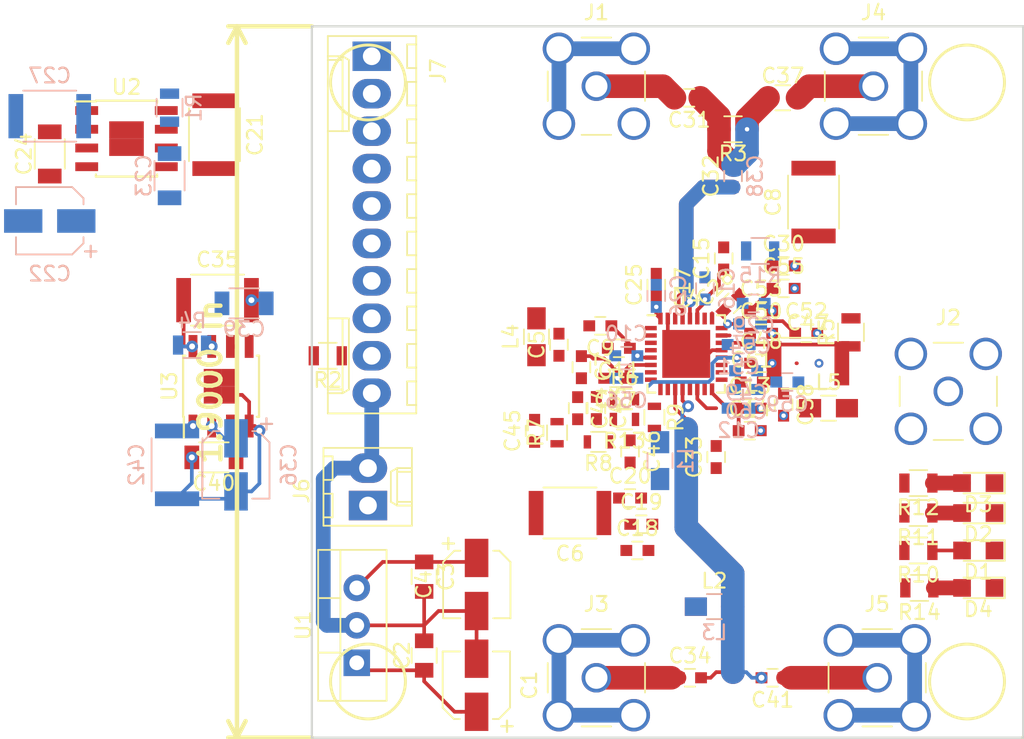
<source format=kicad_pcb>
(kicad_pcb (version 20171130) (host pcbnew 5.0.1-33cea8e~66~ubuntu18.04.1)
  (layers (0 F.Cu signal) (1 In1.Cu signal) (2 In2.Cu signal hide) (31 B.Cu signal) (34 B.Paste user hide) (35 F.Paste user hide) (36 B.SilkS user hide) (37 F.SilkS user hide) (38 B.Mask user hide) (39 F.Mask user hide) (44 Edge.Cuts user))
  (net 0 "")
  (net 1 /VIN)
  (net 2 GND)
  (net 3 /6V)
  (net 4 /3V3)
  (net 5 "Net-(C23-Pad1)")
  (net 6 "Net-(C24-Pad1)")
  (net 7 "Net-(C25-Pad1)")
  (net 8 "Net-(C27-Pad1)")
  (net 9 "Net-(C28-Pad1)")
  (net 10 "Net-(C31-Pad2)")
  (net 11 "Net-(C31-Pad1)")
  (net 12 "Net-(C32-Pad1)")
  (net 13 "Net-(C33-Pad1)")
  (net 14 "Net-(C33-Pad2)")
  (net 15 "Net-(C34-Pad1)")
  (net 16 "Net-(C34-Pad2)")
  (net 17 /5V)
  (net 18 "Net-(C37-Pad1)")
  (net 19 "Net-(C37-Pad2)")
  (net 20 "Net-(C38-Pad1)")
  (net 21 "Net-(C39-Pad1)")
  (net 22 "Net-(C40-Pad1)")
  (net 23 "Net-(C41-Pad2)")
  (net 24 "Net-(C41-Pad1)")
  (net 25 "Net-(C42-Pad1)")
  (net 26 "Net-(C43-Pad2)")
  (net 27 "Net-(C43-Pad1)")
  (net 28 "Net-(C45-Pad1)")
  (net 29 "Net-(C46-Pad1)")
  (net 30 "Net-(C50-Pad1)")
  (net 31 "Net-(C53-Pad1)")
  (net 32 "Net-(D1-Pad2)")
  (net 33 "Net-(D2-Pad2)")
  (net 34 "Net-(D3-Pad2)")
  (net 35 "Net-(D4-Pad2)")
  (net 36 /CE)
  (net 37 /MUX)
  (net 38 /LE)
  (net 39 /DATA)
  (net 40 /CLK)
  (net 41 "Net-(L1-Pad2)")
  (net 42 "Net-(R1-Pad1)")
  (net 43 "Net-(R4-Pad1)")
  (net 44 "Net-(R5-Pad1)")
  (net 45 "Net-(R6-Pad2)")
  (net 46 "Net-(R9-Pad1)")
  (net 47 "Net-(R15-Pad1)")
  (net 48 "Net-(C5-Pad1)")
  (net 49 "Net-(C58-Pad1)")
  (module Capacitors_SMD:CP_Elec_4x4.5 (layer F.Cu) (at 94.996 123.444 90)
    (fp_text reference C1 (at 0 3.58 270) (layer F.SilkS))
    (fp_text value 47u)
    (fp_text user + (at -2.78 1.99 270) (layer F.SilkS))
    (pad 1 smd rect (at -1.8 0 270) (size 2.6 1.6) (layers F.Cu F.Paste F.Mask) (net 1 /VIN))
    (pad 2 smd rect (at 1.8 0 270) (size 2.6 1.6) (layers F.Cu F.Paste F.Mask) (net 2 GND))
  )
  (module Capacitors_SMD:C_0805 (layer F.Cu) (at 91.44 121.428 90)
    (fp_text reference C2 (at 0 -1.5 90) (layer F.SilkS))
    (fp_text value 10n)
    (pad 2 smd rect (at 1 0 90) (size 1 1.25) (layers F.Cu F.Paste F.Mask) (net 2 GND))
    (pad 1 smd rect (at -1 0 90) (size 1 1.25) (layers F.Cu F.Paste F.Mask) (net 1 /VIN))
  )
  (module Capacitors_SMD:C_0805 (layer F.Cu) (at 91.44 116.078 270)
    (fp_text reference C3 (at 0 -1.5 270) (layer F.SilkS))
    (fp_text value 10n)
    (pad 1 smd rect (at -1 0 270) (size 1 1.25) (layers F.Cu F.Paste F.Mask) (net 3 /6V))
    (pad 2 smd rect (at 1 0 270) (size 1 1.25) (layers F.Cu F.Paste F.Mask) (net 2 GND))
  )
  (module Capacitors_SMD:CP_Elec_4x4.5 (layer F.Cu) (at 94.996 116.608 270)
    (fp_text reference C4 (at 0 3.58 90) (layer F.SilkS))
    (fp_text value 47u)
    (fp_text user + (at -2.78 1.99 90) (layer F.SilkS))
    (pad 2 smd rect (at 1.8 0 90) (size 2.6 1.6) (layers F.Cu F.Paste F.Mask) (net 2 GND))
    (pad 1 smd rect (at -1.8 0 90) (size 2.6 1.6) (layers F.Cu F.Paste F.Mask) (net 3 /6V))
  )
  (module Capacitors_SMD:C_1812 (layer F.Cu) (at 101.332 111.76 180)
    (fp_text reference C6 (at 0 -2.75 180) (layer F.SilkS))
    (fp_text value 4.7u)
    (pad 2 smd rect (at 2.3 0 180) (size 1 3) (layers F.Cu F.Paste F.Mask) (net 2 GND))
    (pad 1 smd rect (at -2.3 0 180) (size 1 3) (layers F.Cu F.Paste F.Mask) (net 4 /3V3))
  )
  (module Capacitors_SMD:C_1812 (layer F.Cu) (at 117.856 90.664 90)
    (fp_text reference C8 (at 0 -2.75 90) (layer F.SilkS))
    (fp_text value 4.7u)
    (pad 2 smd rect (at 2.3 0 90) (size 1 3) (layers F.Cu F.Paste F.Mask) (net 2 GND))
    (pad 1 smd rect (at -2.3 0 90) (size 1 3) (layers F.Cu F.Paste F.Mask) (net 4 /3V3))
  )
  (module Capacitors_SMD:C_1812 (layer F.Cu) (at 77.216 86.092 270)
    (fp_text reference C21 (at 0 -2.75 270) (layer F.SilkS))
    (fp_text value 10u)
    (pad 2 smd rect (at 2.3 0 270) (size 1 3) (layers F.Cu F.Paste F.Mask) (net 2 GND))
    (pad 1 smd rect (at -2.3 0 270) (size 1 3) (layers F.Cu F.Paste F.Mask) (net 3 /6V))
  )
  (module Capacitors_SMD:C_1206 (layer B.Cu) (at 74.168 88.876 270)
    (fp_text reference C23 (at 0 1.75 270) (layer B.SilkS) (effects (justify mirror)))
    (fp_text value 1u)
    (pad 2 smd rect (at 1.5 0 270) (size 1 1.6) (layers B.Cu B.Paste B.Mask) (net 2 GND))
    (pad 1 smd rect (at -1.5 0 270) (size 1 1.6) (layers B.Cu B.Paste B.Mask) (net 5 "Net-(C23-Pad1)"))
  )
  (module Capacitors_SMD:C_1206 (layer F.Cu) (at 66.04 87.4 90)
    (fp_text reference C24 (at 0 -1.75 90) (layer F.SilkS))
    (fp_text value 1u)
    (pad 1 smd rect (at -1.5 0 90) (size 1 1.6) (layers F.Cu F.Paste F.Mask) (net 6 "Net-(C24-Pad1)"))
    (pad 2 smd rect (at 1.5 0 90) (size 1 1.6) (layers F.Cu F.Paste F.Mask) (net 2 GND))
  )
  (module Capacitors_SMD:C_1812 (layer B.Cu) (at 66.04 84.836 180)
    (fp_text reference C27 (at 0 2.75 180) (layer B.SilkS) (effects (justify mirror)))
    (fp_text value 10u)
    (pad 2 smd rect (at 2.3 0 180) (size 1 3) (layers B.Cu B.Paste B.Mask) (net 2 GND))
    (pad 1 smd rect (at -2.3 0 180) (size 1 3) (layers B.Cu B.Paste B.Mask) (net 8 "Net-(C27-Pad1)"))
  )
  (module Capacitors_SMD:C_1812 (layer F.Cu) (at 77.422382 97.316856)
    (fp_text reference C35 (at 0 -2.75) (layer F.SilkS))
    (fp_text value 10u)
    (pad 2 smd rect (at 2.3 0) (size 1 3) (layers F.Cu F.Paste F.Mask) (net 2 GND))
    (pad 1 smd rect (at -2.3 0) (size 1 3) (layers F.Cu F.Paste F.Mask) (net 3 /6V))
  )
  (module Capacitors_SMD:CP_Elec_4x4.5 (layer B.Cu) (at 78.678382 108.492856 270)
    (fp_text reference C36 (at 0 -3.58 90) (layer B.SilkS) (effects (justify mirror)))
    (fp_text value 47u)
    (fp_text user + (at -2.78 -1.99 90) (layer B.SilkS) (effects (justify mirror)))
    (pad 2 smd rect (at 1.8 0 90) (size 2.6 1.6) (layers B.Cu B.Paste B.Mask) (net 2 GND))
    (pad 1 smd rect (at -1.8 0 90) (size 2.6 1.6) (layers B.Cu B.Paste B.Mask) (net 17 /5V))
  )
  (module Capacitors_SMD:C_0805 (layer F.Cu) (at 115.77114 83.59149)
    (fp_text reference C37 (at 0 -1.5) (layer F.SilkS))
    (fp_text value 1n)
    (pad 1 smd rect (at -1 0) (size 1 1.25) (layers F.Cu F.Paste F.Mask) (net 18 "Net-(C37-Pad1)"))
    (pad 2 smd rect (at 1 0) (size 1 1.25) (layers F.Cu F.Paste F.Mask) (net 19 "Net-(C37-Pad2)"))
  )
  (module Capacitors_SMD:C_1206 (layer B.Cu) (at 79.224 97.536)
    (fp_text reference C39 (at 0 1.75) (layer B.SilkS) (effects (justify mirror)))
    (fp_text value 1u)
    (pad 2 smd rect (at 1.5 0) (size 1 1.6) (layers B.Cu B.Paste B.Mask) (net 2 GND))
    (pad 1 smd rect (at -1.5 0) (size 1 1.6) (layers B.Cu B.Paste B.Mask) (net 21 "Net-(C39-Pad1)"))
  )
  (module Capacitors_SMD:C_1206 (layer F.Cu) (at 77.178382 107.984856 180)
    (fp_text reference C40 (at 0 -1.75 180) (layer F.SilkS))
    (fp_text value 1u)
    (pad 2 smd rect (at 1.5 0 180) (size 1 1.6) (layers F.Cu F.Paste F.Mask) (net 2 GND))
    (pad 1 smd rect (at -1.5 0 180) (size 1 1.6) (layers F.Cu F.Paste F.Mask) (net 22 "Net-(C40-Pad1)"))
  )
  (module Capacitors_SMD:C_1812 (layer B.Cu) (at 74.676 108.492856 270)
    (fp_text reference C42 (at 0 2.75 270) (layer B.SilkS) (effects (justify mirror)))
    (fp_text value 10u)
    (pad 1 smd rect (at -2.3 0 270) (size 1 3) (layers B.Cu B.Paste B.Mask) (net 25 "Net-(C42-Pad1)"))
    (pad 2 smd rect (at 2.3 0 270) (size 1 3) (layers B.Cu B.Paste B.Mask) (net 2 GND))
  )
  (module LEDs:LED_0805 (layer F.Cu) (at 129.032 111.76 180)
    (fp_text reference D2 (at 0 -1.45 180) (layer F.SilkS))
    (fp_text value LED)
    (pad 2 smd rect (at 1.1 0) (size 1.2 1.2) (layers F.Cu F.Paste F.Mask) (net 33 "Net-(D2-Pad2)"))
    (pad 1 smd rect (at -1.1 0) (size 1.2 1.2) (layers F.Cu F.Paste F.Mask) (net 2 GND))
  )
  (module LEDs:LED_0805 (layer F.Cu) (at 129.032 109.728 180)
    (fp_text reference D3 (at 0 -1.45 180) (layer F.SilkS))
    (fp_text value LED)
    (pad 1 smd rect (at -1.1 0) (size 1.2 1.2) (layers F.Cu F.Paste F.Mask) (net 2 GND))
    (pad 2 smd rect (at 1.1 0) (size 1.2 1.2) (layers F.Cu F.Paste F.Mask) (net 34 "Net-(D3-Pad2)"))
  )
  (module LEDs:LED_0805 (layer F.Cu) (at 129.032 116.84 180)
    (fp_text reference D4 (at 0 -1.45 180) (layer F.SilkS))
    (fp_text value LED)
    (pad 1 smd rect (at -1.1 0) (size 1.2 1.2) (layers F.Cu F.Paste F.Mask) (net 2 GND))
    (pad 2 smd rect (at 1.1 0) (size 1.2 1.2) (layers F.Cu F.Paste F.Mask) (net 35 "Net-(D4-Pad2)"))
  )
  (module Connect:SMA_THT_Jack_Straight (layer F.Cu) (at 103.124 82.804)
    (fp_text reference J1 (at 0 -5) (layer F.SilkS))
    (fp_text value REF_IN_A)
    (pad 1 thru_hole circle (at 0 0) (size 2 2) (drill 1.5) (layers *.Cu *.Mask) (net 10 "Net-(C31-Pad2)"))
    (pad 2 thru_hole circle (at 2.54 2.54) (size 2.2 2.2) (drill 1.7) (layers *.Cu *.Mask) (net 2 GND))
    (pad 2 thru_hole circle (at 2.54 -2.54) (size 2.2 2.2) (drill 1.7) (layers *.Cu *.Mask) (net 2 GND))
    (pad 2 thru_hole circle (at -2.54 -2.54) (size 2.2 2.2) (drill 1.7) (layers *.Cu *.Mask) (net 2 GND))
    (pad 2 thru_hole circle (at -2.54 2.54) (size 2.2 2.2) (drill 1.7) (layers *.Cu *.Mask) (net 2 GND))
  )
  (module Connect:SMA_THT_Jack_Straight (layer F.Cu) (at 127 103.505)
    (fp_text reference J2 (at 0 -5) (layer F.SilkS))
    (fp_text value RF_B)
    (pad 1 thru_hole circle (at 0 0) (size 2 2) (drill 1.5) (layers *.Cu *.Mask) (net 13 "Net-(C33-Pad1)"))
    (pad 2 thru_hole circle (at 2.54 2.54) (size 2.2 2.2) (drill 1.7) (layers *.Cu *.Mask) (net 2 GND))
    (pad 2 thru_hole circle (at 2.54 -2.54) (size 2.2 2.2) (drill 1.7) (layers *.Cu *.Mask) (net 2 GND))
    (pad 2 thru_hole circle (at -2.54 -2.54) (size 2.2 2.2) (drill 1.7) (layers *.Cu *.Mask) (net 2 GND))
    (pad 2 thru_hole circle (at -2.54 2.54) (size 2.2 2.2) (drill 1.7) (layers *.Cu *.Mask) (net 2 GND))
  )
  (module Connect:SMA_THT_Jack_Straight (layer F.Cu) (at 103.124 122.936)
    (fp_text reference J3 (at 0 -5) (layer F.SilkS))
    (fp_text value RF_A_P)
    (pad 1 thru_hole circle (at 0 0) (size 2 2) (drill 1.5) (layers *.Cu *.Mask) (net 15 "Net-(C34-Pad1)"))
    (pad 2 thru_hole circle (at 2.54 2.54) (size 2.2 2.2) (drill 1.7) (layers *.Cu *.Mask) (net 2 GND))
    (pad 2 thru_hole circle (at 2.54 -2.54) (size 2.2 2.2) (drill 1.7) (layers *.Cu *.Mask) (net 2 GND))
    (pad 2 thru_hole circle (at -2.54 -2.54) (size 2.2 2.2) (drill 1.7) (layers *.Cu *.Mask) (net 2 GND))
    (pad 2 thru_hole circle (at -2.54 2.54) (size 2.2 2.2) (drill 1.7) (layers *.Cu *.Mask) (net 2 GND))
  )
  (module Connect:SMA_THT_Jack_Straight (layer F.Cu) (at 121.92 82.804)
    (fp_text reference J4 (at 0 -5) (layer F.SilkS))
    (fp_text value REF_IN_B)
    (pad 2 thru_hole circle (at -2.54 2.54) (size 2.2 2.2) (drill 1.7) (layers *.Cu *.Mask) (net 2 GND))
    (pad 2 thru_hole circle (at -2.54 -2.54) (size 2.2 2.2) (drill 1.7) (layers *.Cu *.Mask) (net 2 GND))
    (pad 2 thru_hole circle (at 2.54 -2.54) (size 2.2 2.2) (drill 1.7) (layers *.Cu *.Mask) (net 2 GND))
    (pad 2 thru_hole circle (at 2.54 2.54) (size 2.2 2.2) (drill 1.7) (layers *.Cu *.Mask) (net 2 GND))
    (pad 1 thru_hole circle (at 0 0) (size 2 2) (drill 1.5) (layers *.Cu *.Mask) (net 19 "Net-(C37-Pad2)"))
  )
  (module Connect:SMA_THT_Jack_Straight (layer F.Cu) (at 122.174 122.936)
    (fp_text reference J5 (at 0 -5) (layer F.SilkS))
    (fp_text value RF_A_N)
    (pad 2 thru_hole circle (at -2.54 2.54) (size 2.2 2.2) (drill 1.7) (layers *.Cu *.Mask) (net 2 GND))
    (pad 2 thru_hole circle (at -2.54 -2.54) (size 2.2 2.2) (drill 1.7) (layers *.Cu *.Mask) (net 2 GND))
    (pad 2 thru_hole circle (at 2.54 -2.54) (size 2.2 2.2) (drill 1.7) (layers *.Cu *.Mask) (net 2 GND))
    (pad 2 thru_hole circle (at 2.54 2.54) (size 2.2 2.2) (drill 1.7) (layers *.Cu *.Mask) (net 2 GND))
    (pad 1 thru_hole circle (at 0 0) (size 2 2) (drill 1.5) (layers *.Cu *.Mask) (net 24 "Net-(C41-Pad1)"))
  )
  (module Connectors_Molex:Molex_KK-6410-02_02x2.54mm_Straight (layer F.Cu) (at 87.63 111.252 90)
    (fp_text reference J6 (at 1 -4.5 90) (layer F.SilkS))
    (fp_text value Conn_01x02_Male)
    (pad 2 thru_hole oval (at 2.54 0 90) (size 2 2.6) (drill 1.2) (layers *.Cu *.Mask) (net 2 GND))
    (pad 1 thru_hole rect (at 0 0 90) (size 2 2.6) (drill 1.2) (layers *.Cu *.Mask) (net 1 /VIN))
  )
  (module Connectors_Molex:Molex_KK-6410-10_10x2.54mm_Straight (layer F.Cu) (at 87.884 80.772 270)
    (fp_text reference J7 (at 1 -4.5 270) (layer F.SilkS))
    (fp_text value Conn_01x10_Male)
    (pad 10 thru_hole oval (at 22.86 0 270) (size 2 2.6) (drill 1.2) (layers *.Cu *.Mask) (net 2 GND))
    (pad 9 thru_hole oval (at 20.32 0 270) (size 2 2.6) (drill 1.2) (layers *.Cu *.Mask) (net 36 /CE))
    (pad 8 thru_hole oval (at 17.78 0 270) (size 2 2.6) (drill 1.2) (layers *.Cu *.Mask) (net 37 /MUX))
    (pad 7 thru_hole oval (at 15.24 0 270) (size 2 2.6) (drill 1.2) (layers *.Cu *.Mask) (net 38 /LE))
    (pad 6 thru_hole oval (at 12.7 0 270) (size 2 2.6) (drill 1.2) (layers *.Cu *.Mask) (net 39 /DATA))
    (pad 5 thru_hole oval (at 10.16 0 270) (size 2 2.6) (drill 1.2) (layers *.Cu *.Mask) (net 40 /CLK))
    (pad 4 thru_hole oval (at 7.62 0 270) (size 2 2.6) (drill 1.2) (layers *.Cu *.Mask) (net 4 /3V3))
    (pad 3 thru_hole oval (at 5.08 0 270) (size 2 2.6) (drill 1.2) (layers *.Cu *.Mask) (net 17 /5V))
    (pad 2 thru_hole oval (at 2.54 0 270) (size 2 2.6) (drill 1.2) (layers *.Cu *.Mask) (net 3 /6V))
    (pad 1 thru_hole rect (at 0 0 270) (size 2 2.6) (drill 1.2) (layers *.Cu *.Mask) (net 1 /VIN))
  )
  (module Capacitors_SMD:C_0805_HandSoldering (layer B.Cu) (at 107.442 108.204 90)
    (fp_text reference L1 (at 0 1.75 90) (layer B.SilkS) (effects (justify mirror)))
    (fp_text value L)
    (pad 2 smd rect (at 1.25 0 90) (size 1.5 1.25) (layers B.Cu B.Paste B.Mask) (net 41 "Net-(L1-Pad2)"))
    (pad 1 smd rect (at -1.25 0 90) (size 1.5 1.25) (layers B.Cu B.Paste B.Mask) (net 4 /3V3))
  )
  (module Capacitors_SMD:C_0805_HandSoldering (layer F.Cu) (at 111.125 118.11)
    (fp_text reference L2 (at 0 -1.75) (layer F.SilkS))
    (fp_text value 7.4n)
    (pad 1 smd rect (at -1.25 0) (size 1.5 1.25) (layers F.Cu F.Paste F.Mask) (net 4 /3V3))
    (pad 2 smd rect (at 1.25 0) (size 1.5 1.25) (layers F.Cu F.Paste F.Mask) (net 16 "Net-(C34-Pad2)"))
  )
  (module Capacitors_SMD:C_0805_HandSoldering (layer B.Cu) (at 111.125 118.11)
    (fp_text reference L3 (at 0 1.75) (layer B.SilkS) (effects (justify mirror)))
    (fp_text value 7.4n)
    (pad 2 smd rect (at 1.25 0) (size 1.5 1.25) (layers B.Cu B.Paste B.Mask) (net 23 "Net-(C41-Pad2)"))
    (pad 1 smd rect (at -1.25 0) (size 1.5 1.25) (layers B.Cu B.Paste B.Mask) (net 4 /3V3))
  )
  (module Resistors_SMD:R_0805 (layer B.Cu) (at 74.168 84.262 90)
    (fp_text reference R1 (at 0 1.65 90) (layer B.SilkS) (effects (justify mirror)))
    (fp_text value R)
    (pad 1 smd rect (at -0.95 0 90) (size 0.7 1.3) (layers B.Cu B.Paste B.Mask) (net 42 "Net-(R1-Pad1)"))
    (pad 2 smd rect (at 0.95 0 90) (size 0.7 1.3) (layers B.Cu B.Paste B.Mask) (net 3 /6V))
  )
  (module Resistors_SMD:R_0805 (layer F.Cu) (at 84.902 101.092 180)
    (fp_text reference R2 (at 0 -1.65 180) (layer F.SilkS))
    (fp_text value 4k7)
    (pad 2 smd rect (at 0.95 0 180) (size 0.7 1.3) (layers F.Cu F.Paste F.Mask) (net 4 /3V3))
    (pad 1 smd rect (at -0.95 0 180) (size 0.7 1.3) (layers F.Cu F.Paste F.Mask) (net 36 /CE))
  )
  (module Resistors_SMD:R_0805 (layer F.Cu) (at 112.395 85.725 180)
    (fp_text reference R3 (at 0 -1.65 180) (layer F.SilkS))
    (fp_text value 100)
    (pad 2 smd rect (at 0.95 0 180) (size 0.7 1.3) (layers F.Cu F.Paste F.Mask) (net 11 "Net-(C31-Pad1)"))
    (pad 1 smd rect (at -0.95 0 180) (size 0.7 1.3) (layers F.Cu F.Paste F.Mask) (net 18 "Net-(C37-Pad1)"))
  )
  (module Resistors_SMD:R_0805 (layer B.Cu) (at 75.696382 100.364856 180)
    (fp_text reference R4 (at 0 1.65 180) (layer B.SilkS) (effects (justify mirror)))
    (fp_text value R)
    (pad 1 smd rect (at -0.95 0 180) (size 0.7 1.3) (layers B.Cu B.Paste B.Mask) (net 43 "Net-(R4-Pad1)"))
    (pad 2 smd rect (at 0.95 0 180) (size 0.7 1.3) (layers B.Cu B.Paste B.Mask) (net 3 /6V))
  )
  (module Resistors_SMD:R_0805 (layer F.Cu) (at 120.396 99.502 90)
    (fp_text reference R5 (at 0 -1.65 90) (layer F.SilkS))
    (fp_text value 4k7)
    (pad 1 smd rect (at -0.95 0 90) (size 0.7 1.3) (layers F.Cu F.Paste F.Mask) (net 44 "Net-(R5-Pad1)"))
    (pad 2 smd rect (at 0.95 0 90) (size 0.7 1.3) (layers F.Cu F.Paste F.Mask) (net 2 GND))
  )
  (module Resistors_SMD:R_0805 (layer F.Cu) (at 124.968 114.3 180)
    (fp_text reference R10 (at 0 -1.65 180) (layer F.SilkS))
    (fp_text value 820)
    (pad 2 smd rect (at 0.95 0 180) (size 0.7 1.3) (layers F.Cu F.Paste F.Mask) (net 3 /6V))
    (pad 1 smd rect (at -0.95 0 180) (size 0.7 1.3) (layers F.Cu F.Paste F.Mask) (net 32 "Net-(D1-Pad2)"))
  )
  (module Resistors_SMD:R_0805 (layer F.Cu) (at 124.968 111.76 180)
    (fp_text reference R11 (at 0 -1.65 180) (layer F.SilkS))
    (fp_text value 680)
    (pad 1 smd rect (at -0.95 0 180) (size 0.7 1.3) (layers F.Cu F.Paste F.Mask) (net 33 "Net-(D2-Pad2)"))
    (pad 2 smd rect (at 0.95 0 180) (size 0.7 1.3) (layers F.Cu F.Paste F.Mask) (net 17 /5V))
  )
  (module Resistors_SMD:R_0805 (layer F.Cu) (at 124.968 109.728 180)
    (fp_text reference R12 (at 0 -1.65 180) (layer F.SilkS))
    (fp_text value 270)
    (pad 2 smd rect (at 0.95 0 180) (size 0.7 1.3) (layers F.Cu F.Paste F.Mask) (net 4 /3V3))
    (pad 1 smd rect (at -0.95 0 180) (size 0.7 1.3) (layers F.Cu F.Paste F.Mask) (net 34 "Net-(D3-Pad2)"))
  )
  (module Resistors_SMD:R_0805 (layer F.Cu) (at 125.034 116.84 180)
    (fp_text reference R14 (at 0 -1.65 180) (layer F.SilkS))
    (fp_text value 270)
    (pad 1 smd rect (at -0.95 0 180) (size 0.7 1.3) (layers F.Cu F.Paste F.Mask) (net 35 "Net-(D4-Pad2)"))
    (pad 2 smd rect (at 0.95 0 180) (size 0.7 1.3) (layers F.Cu F.Paste F.Mask) (net 37 /MUX))
  )
  (module TO_SOT_Packages_THT:TO-220-3_Vertical (layer F.Cu) (at 86.868 121.92 90)
    (fp_text reference U1 (at 2.54 -3.62 90) (layer F.SilkS))
    (fp_text value L7806)
    (pad 3 thru_hole oval (at 5.08 0 90) (size 1.8 1.8) (drill 1) (layers *.Cu *.Mask) (net 3 /6V))
    (pad 2 thru_hole oval (at 2.54 0 90) (size 1.8 1.8) (drill 1) (layers *.Cu *.Mask) (net 2 GND))
    (pad 1 thru_hole rect (at 0 0 90) (size 1.8 1.8) (drill 1) (layers *.Cu *.Mask) (net 1 /VIN))
  )
  (module Housings_SOIC:SOIC-8-1EP_3.9x4.9mm_Pitch1.27mm (layer F.Cu) (at 71.247 86.36)
    (fp_text reference U2 (at 0 -3.5) (layer F.SilkS))
    (fp_text value ADM7150)
    (pad 9 smd rect (at -0.5875 -0.5875) (size 1.175 1.175) (layers F.Cu F.Paste F.Mask) (net 2 GND))
    (pad 9 smd rect (at -0.5875 0.5875) (size 1.175 1.175) (layers F.Cu F.Paste F.Mask) (net 2 GND))
    (pad 9 smd rect (at 0.5875 -0.5875) (size 1.175 1.175) (layers F.Cu F.Paste F.Mask) (net 2 GND))
    (pad 9 smd rect (at 0.5875 0.5875) (size 1.175 1.175) (layers F.Cu F.Paste F.Mask) (net 2 GND))
    (pad 8 smd rect (at 2.7 -1.905) (size 1.55 0.6) (layers F.Cu F.Paste F.Mask) (net 3 /6V))
    (pad 7 smd rect (at 2.7 -0.635) (size 1.55 0.6) (layers F.Cu F.Paste F.Mask) (net 42 "Net-(R1-Pad1)"))
    (pad 6 smd rect (at 2.7 0.635) (size 1.55 0.6) (layers F.Cu F.Paste F.Mask) (net 5 "Net-(C23-Pad1)"))
    (pad 5 smd rect (at 2.7 1.905) (size 1.55 0.6) (layers F.Cu F.Paste F.Mask) (net 5 "Net-(C23-Pad1)"))
    (pad 4 smd rect (at -2.7 1.905) (size 1.55 0.6) (layers F.Cu F.Paste F.Mask) (net 2 GND))
    (pad 3 smd rect (at -2.7 0.635) (size 1.55 0.6) (layers F.Cu F.Paste F.Mask) (net 6 "Net-(C24-Pad1)"))
    (pad 2 smd rect (at -2.7 -0.635) (size 1.55 0.6) (layers F.Cu F.Paste F.Mask) (net 4 /3V3))
    (pad 1 smd rect (at -2.7 -1.905) (size 1.55 0.6) (layers F.Cu F.Paste F.Mask) (net 8 "Net-(C27-Pad1)"))
  )
  (module Housings_SOIC:SOIC-8-1EP_3.9x4.9mm_Pitch1.27mm (layer F.Cu) (at 77.662382 103.158856 90)
    (fp_text reference U3 (at 0 -3.5 90) (layer F.SilkS))
    (fp_text value ADM7150)
    (pad 1 smd rect (at -2.7 -1.905 90) (size 1.55 0.6) (layers F.Cu F.Paste F.Mask) (net 25 "Net-(C42-Pad1)"))
    (pad 2 smd rect (at -2.7 -0.635 90) (size 1.55 0.6) (layers F.Cu F.Paste F.Mask) (net 17 /5V))
    (pad 3 smd rect (at -2.7 0.635 90) (size 1.55 0.6) (layers F.Cu F.Paste F.Mask) (net 22 "Net-(C40-Pad1)"))
    (pad 4 smd rect (at -2.7 1.905 90) (size 1.55 0.6) (layers F.Cu F.Paste F.Mask) (net 2 GND))
    (pad 5 smd rect (at 2.7 1.905 90) (size 1.55 0.6) (layers F.Cu F.Paste F.Mask) (net 21 "Net-(C39-Pad1)"))
    (pad 6 smd rect (at 2.7 0.635 90) (size 1.55 0.6) (layers F.Cu F.Paste F.Mask) (net 21 "Net-(C39-Pad1)"))
    (pad 7 smd rect (at 2.7 -0.635 90) (size 1.55 0.6) (layers F.Cu F.Paste F.Mask) (net 43 "Net-(R4-Pad1)"))
    (pad 8 smd rect (at 2.7 -1.905 90) (size 1.55 0.6) (layers F.Cu F.Paste F.Mask) (net 3 /6V))
    (pad 9 smd rect (at 0.5875 0.5875 90) (size 1.175 1.175) (layers F.Cu F.Paste F.Mask) (net 2 GND))
    (pad 9 smd rect (at 0.5875 -0.5875 90) (size 1.175 1.175) (layers F.Cu F.Paste F.Mask) (net 2 GND))
    (pad 9 smd rect (at -0.5875 0.5875 90) (size 1.175 1.175) (layers F.Cu F.Paste F.Mask) (net 2 GND))
    (pad 9 smd rect (at -0.5875 -0.5875 90) (size 1.175 1.175) (layers F.Cu F.Paste F.Mask) (net 2 GND))
  )
  (module Package_CSP:LFCSP-32-1EP_5x5mm_P0.5mm_EP3.25x3.25mm (layer F.Cu) (at 109.22 100.965)
    (fp_text reference U4 (at 0 -3.75) (layer F.SilkS))
    (fp_text value ADF5355)
    (pad 1 smd rect (at -2.4 -1.75) (size 0.8 0.3) (layers F.Cu F.Paste F.Mask) (net 40 /CLK))
    (pad 2 smd rect (at -2.4 -1.25) (size 0.8 0.3) (layers F.Cu F.Paste F.Mask) (net 39 /DATA))
    (pad 3 smd rect (at -2.4 -0.75) (size 0.8 0.3) (layers F.Cu F.Paste F.Mask) (net 38 /LE))
    (pad 4 smd rect (at -2.4 -0.25) (size 0.8 0.3) (layers F.Cu F.Paste F.Mask) (net 36 /CE))
    (pad 5 smd rect (at -2.4 0.25) (size 0.8 0.3) (layers F.Cu F.Paste F.Mask) (net 4 /3V3))
    (pad 6 smd rect (at -2.4 0.75) (size 0.8 0.3) (layers F.Cu F.Paste F.Mask) (net 48 "Net-(C5-Pad1)"))
    (pad 7 smd rect (at -2.4 1.25) (size 0.8 0.3) (layers F.Cu F.Paste F.Mask) (net 45 "Net-(R6-Pad2)"))
    (pad 8 smd rect (at -2.4 1.75) (size 0.8 0.3) (layers F.Cu F.Paste F.Mask) (net 2 GND))
    (pad 9 smd rect (at -1.75 2.4 90) (size 0.8 0.3) (layers F.Cu F.Paste F.Mask) (net 2 GND))
    (pad 10 smd rect (at -1.25 2.4 90) (size 0.8 0.3) (layers F.Cu F.Paste F.Mask) (net 41 "Net-(L1-Pad2)"))
    (pad 11 smd rect (at -0.75 2.4 90) (size 0.8 0.3) (layers F.Cu F.Paste F.Mask) (net 16 "Net-(C34-Pad2)"))
    (pad 12 smd rect (at -0.25 2.4 90) (size 0.8 0.3) (layers F.Cu F.Paste F.Mask) (net 23 "Net-(C41-Pad2)"))
    (pad 13 smd rect (at 0.25 2.4 90) (size 0.8 0.3) (layers F.Cu F.Paste F.Mask) (net 2 GND))
    (pad 14 smd rect (at 0.75 2.4 90) (size 0.8 0.3) (layers F.Cu F.Paste F.Mask) (net 14 "Net-(C33-Pad2)"))
    (pad 15 smd rect (at 1.25 2.4 90) (size 0.8 0.3) (layers F.Cu F.Paste F.Mask) (net 2 GND))
    (pad 16 smd rect (at 1.75 2.4 90) (size 0.8 0.3) (layers F.Cu F.Paste F.Mask) (net 4 /3V3))
    (pad 17 smd rect (at 2.4 1.75) (size 0.8 0.3) (layers F.Cu F.Paste F.Mask) (net 49 "Net-(C58-Pad1)"))
    (pad 18 smd rect (at 2.4 1.25) (size 0.8 0.3) (layers F.Cu F.Paste F.Mask) (net 2 GND))
    (pad 19 smd rect (at 2.4 0.75) (size 0.8 0.3) (layers F.Cu F.Paste F.Mask) (net 17 /5V))
    (pad 20 smd rect (at 2.4 0.25) (size 0.8 0.3) (layers F.Cu F.Paste F.Mask) (net 46 "Net-(R9-Pad1)"))
    (pad 21 smd rect (at 2.4 -0.25) (size 0.8 0.3) (layers F.Cu F.Paste F.Mask) (net 2 GND))
    (pad 22 smd rect (at 2.4 -0.75) (size 0.8 0.3) (layers F.Cu F.Paste F.Mask) (net 44 "Net-(R5-Pad1)"))
    (pad 23 smd rect (at 2.4 -1.25) (size 0.8 0.3) (layers F.Cu F.Paste F.Mask) (net 30 "Net-(C50-Pad1)"))
    (pad 24 smd rect (at 2.4 -1.75) (size 0.8 0.3) (layers F.Cu F.Paste F.Mask) (net 31 "Net-(C53-Pad1)"))
    (pad 25 smd rect (at 1.75 -2.4 90) (size 0.8 0.3) (layers F.Cu F.Paste F.Mask) (net 9 "Net-(C28-Pad1)"))
    (pad 26 smd rect (at 1.25 -2.4 90) (size 0.8 0.3) (layers F.Cu F.Paste F.Mask) (net 47 "Net-(R15-Pad1)"))
    (pad 27 smd rect (at 0.75 -2.4 90) (size 0.8 0.3) (layers F.Cu F.Paste F.Mask) (net 4 /3V3))
    (pad 28 smd rect (at 0.25 -2.4 90) (size 0.8 0.3) (layers F.Cu F.Paste F.Mask) (net 20 "Net-(C38-Pad1)"))
    (pad 29 smd rect (at -0.25 -2.4 90) (size 0.8 0.3) (layers F.Cu F.Paste F.Mask) (net 12 "Net-(C32-Pad1)"))
    (pad 30 smd rect (at -0.75 -2.4 90) (size 0.8 0.3) (layers F.Cu F.Paste F.Mask) (net 37 /MUX))
    (pad 31 smd rect (at -1.25 -2.4 90) (size 0.8 0.3) (layers F.Cu F.Paste F.Mask) (net 2 GND))
    (pad 32 smd rect (at -1.75 -2.4 90) (size 0.8 0.3) (layers F.Cu F.Paste F.Mask) (net 7 "Net-(C25-Pad1)"))
    (pad 33 smd rect (at 0 0) (size 3.25 3.25) (layers F.Cu F.Mask) (net 2 GND))
  )
  (module Capacitors_SMD:CP_Elec_4x4.5 (layer B.Cu) (at 66.04 91.948 180)
    (fp_text reference C22 (at 0 -3.58) (layer B.SilkS) (effects (justify mirror)))
    (fp_text value 47u)
    (fp_text user + (at -2.78 -1.99) (layer B.SilkS) (effects (justify mirror)))
    (pad 2 smd rect (at 1.8 0) (size 2.6 1.6) (layers B.Cu B.Paste B.Mask) (net 2 GND))
    (pad 1 smd rect (at -1.8 0) (size 2.6 1.6) (layers B.Cu B.Paste B.Mask) (net 4 /3V3))
  )
  (module LEDs:LED_0805 (layer F.Cu) (at 129.032 114.3 180)
    (fp_text reference D1 (at 0 -1.45 180) (layer F.SilkS))
    (fp_text value LED)
    (pad 1 smd rect (at -1.1 0) (size 1.2 1.2) (layers F.Cu F.Paste F.Mask) (net 2 GND))
    (pad 2 smd rect (at 1.1 0) (size 1.2 1.2) (layers F.Cu F.Paste F.Mask) (net 32 "Net-(D1-Pad2)"))
  )
  (module Resistors_SMD:R_0805 (layer B.Cu) (at 114.234 93.98)
    (fp_text reference R15 (at 0 1.65) (layer B.SilkS) (effects (justify mirror)))
    (fp_text value 4k7)
    (pad 2 smd rect (at 0.95 0) (size 0.7 1.3) (layers B.Cu B.Paste B.Mask) (net 4 /3V3))
    (pad 1 smd rect (at -0.95 0) (size 0.7 1.3) (layers B.Cu B.Paste B.Mask) (net 47 "Net-(R15-Pad1)"))
  )
  (module Capacitors_SMD:C_0603 (layer B.Cu) (at 105.156 101.092 180)
    (fp_text reference C10 (at 0 1.5 180) (layer B.SilkS) (effects (justify mirror)))
    (fp_text value 100p)
    (pad 2 smd rect (at 0.75 0 180) (size 0.8 0.75) (layers B.Cu B.Paste B.Mask) (net 2 GND))
    (pad 1 smd rect (at -0.75 0 180) (size 0.8 0.75) (layers B.Cu B.Paste B.Mask) (net 4 /3V3))
  )
  (module Capacitors_SMD:C_0603 (layer F.Cu) (at 104.648 100.584 180)
    (fp_text reference C11 (at 0 -1.5 180) (layer F.SilkS))
    (fp_text value 10p)
    (pad 1 smd rect (at -0.75 0 180) (size 0.8 0.75) (layers F.Cu F.Paste F.Mask) (net 4 /3V3))
    (pad 2 smd rect (at 0.75 0 180) (size 0.8 0.75) (layers F.Cu F.Paste F.Mask) (net 2 GND))
  )
  (module Capacitors_SMD:C_0603 (layer B.Cu) (at 112.776 104.648)
    (fp_text reference C12 (at 0 1.5) (layer B.SilkS) (effects (justify mirror)))
    (fp_text value 10p)
    (pad 2 smd rect (at 0.75 0) (size 0.8 0.75) (layers B.Cu B.Paste B.Mask) (net 2 GND))
    (pad 1 smd rect (at -0.75 0) (size 0.8 0.75) (layers B.Cu B.Paste B.Mask) (net 4 /3V3))
  )
  (module Capacitors_SMD:C_0603 (layer F.Cu) (at 113.526 104.648)
    (fp_text reference C13 (at 0 -1.5) (layer F.SilkS))
    (fp_text value 100p)
    (pad 1 smd rect (at -0.75 0) (size 0.8 0.75) (layers F.Cu F.Paste F.Mask) (net 4 /3V3))
    (pad 2 smd rect (at 0.75 0) (size 0.8 0.75) (layers F.Cu F.Paste F.Mask) (net 2 GND))
  )
  (module Capacitors_SMD:C_0603 (layer B.Cu) (at 110.49 96.52 90)
    (fp_text reference C16 (at 0 1.5 90) (layer B.SilkS) (effects (justify mirror)))
    (fp_text value 100p)
    (pad 2 smd rect (at 0.75 0 90) (size 0.8 0.75) (layers B.Cu B.Paste B.Mask) (net 2 GND))
    (pad 1 smd rect (at -0.75 0 90) (size 0.8 0.75) (layers B.Cu B.Paste B.Mask) (net 4 /3V3))
  )
  (module Capacitors_SMD:C_0603 (layer F.Cu) (at 110.49 96.52 90)
    (fp_text reference C17 (at 0 -1.5 90) (layer F.SilkS))
    (fp_text value 10p)
    (pad 1 smd rect (at -0.75 0 90) (size 0.8 0.75) (layers F.Cu F.Paste F.Mask) (net 4 /3V3))
    (pad 2 smd rect (at 0.75 0 90) (size 0.8 0.75) (layers F.Cu F.Paste F.Mask) (net 2 GND))
  )
  (module Capacitors_SMD:C_0603 (layer F.Cu) (at 105.906 114.3)
    (fp_text reference C18 (at 0 -1.5) (layer F.SilkS))
    (fp_text value 10p)
    (pad 2 smd rect (at 0.75 0) (size 0.8 0.75) (layers F.Cu F.Paste F.Mask) (net 2 GND))
    (pad 1 smd rect (at -0.75 0) (size 0.8 0.75) (layers F.Cu F.Paste F.Mask) (net 4 /3V3))
  )
  (module Capacitors_SMD:C_0603 (layer F.Cu) (at 106.172 112.522)
    (fp_text reference C19 (at 0 -1.5) (layer F.SilkS))
    (fp_text value 100p)
    (pad 2 smd rect (at 0.75 0) (size 0.8 0.75) (layers F.Cu F.Paste F.Mask) (net 2 GND))
    (pad 1 smd rect (at -0.75 0) (size 0.8 0.75) (layers F.Cu F.Paste F.Mask) (net 4 /3V3))
  )
  (module Capacitors_SMD:C_0603 (layer F.Cu) (at 107.188 96.278 90)
    (fp_text reference C25 (at 0 -1.5 90) (layer F.SilkS))
    (fp_text value 10p)
    (pad 1 smd rect (at -0.75 0 90) (size 0.8 0.75) (layers F.Cu F.Paste F.Mask) (net 7 "Net-(C25-Pad1)"))
    (pad 2 smd rect (at 0.75 0 90) (size 0.8 0.75) (layers F.Cu F.Paste F.Mask) (net 2 GND))
  )
  (module Capacitors_SMD:C_0603 (layer F.Cu) (at 112.268 97.536 45)
    (fp_text reference C28 (at 0 -1.5 45) (layer F.SilkS))
    (fp_text value 10p)
    (pad 1 smd rect (at -0.75 0 45) (size 0.8 0.75) (layers F.Cu F.Paste F.Mask) (net 9 "Net-(C28-Pad1)"))
    (pad 2 smd rect (at 0.75 0 45) (size 0.8 0.75) (layers F.Cu F.Paste F.Mask) (net 2 GND))
  )
  (module Capacitors_SMD:C_0603 (layer F.Cu) (at 111.252 107.962 90)
    (fp_text reference C33 (at 0 -1.5 90) (layer F.SilkS))
    (fp_text value 2p)
    (pad 2 smd rect (at 0.75 0 90) (size 0.8 0.75) (layers F.Cu F.Paste F.Mask) (net 14 "Net-(C33-Pad2)"))
    (pad 1 smd rect (at -0.75 0 90) (size 0.8 0.75) (layers F.Cu F.Paste F.Mask) (net 13 "Net-(C33-Pad1)"))
  )
  (module Capacitors_SMD:C_0603 (layer F.Cu) (at 109.474 122.936)
    (fp_text reference C34 (at 0 -1.5) (layer F.SilkS))
    (fp_text value 100p)
    (pad 1 smd rect (at -0.75 0) (size 0.8 0.75) (layers F.Cu F.Paste F.Mask) (net 15 "Net-(C34-Pad1)"))
    (pad 2 smd rect (at 0.75 0) (size 0.8 0.75) (layers F.Cu F.Paste F.Mask) (net 16 "Net-(C34-Pad2)"))
  )
  (module Capacitors_SMD:C_0603 (layer F.Cu) (at 115.074 122.936 180)
    (fp_text reference C41 (at 0 -1.5 180) (layer F.SilkS))
    (fp_text value 100p)
    (pad 2 smd rect (at 0.75 0 180) (size 0.8 0.75) (layers F.Cu F.Paste F.Mask) (net 23 "Net-(C41-Pad2)"))
    (pad 1 smd rect (at -0.75 0 180) (size 0.8 0.75) (layers F.Cu F.Paste F.Mask) (net 24 "Net-(C41-Pad1)"))
  )
  (module Capacitors_SMD:C_0603 (layer F.Cu) (at 105.41 107.581 270)
    (fp_text reference C46 (at 0 -1.5 270) (layer F.SilkS))
    (fp_text value 10p)
    (pad 1 smd rect (at -0.75 0 270) (size 0.8 0.75) (layers F.Cu F.Paste F.Mask) (net 29 "Net-(C46-Pad1)"))
    (pad 2 smd rect (at 0.75 0 270) (size 0.8 0.75) (layers F.Cu F.Paste F.Mask) (net 2 GND))
  )
  (module Capacitors_SMD:C_0603 (layer B.Cu) (at 113.284 102.108)
    (fp_text reference C49 (at 0 1.5) (layer B.SilkS) (effects (justify mirror)))
    (fp_text value 10p)
    (pad 2 smd rect (at 0.75 0) (size 0.8 0.75) (layers B.Cu B.Paste B.Mask) (net 2 GND))
    (pad 1 smd rect (at -0.75 0) (size 0.8 0.75) (layers B.Cu B.Paste B.Mask) (net 17 /5V))
  )
  (module Capacitors_SMD:C_0603 (layer F.Cu) (at 114.3 99.568)
    (fp_text reference C50 (at 0 -1.5) (layer F.SilkS))
    (fp_text value 10p)
    (pad 1 smd rect (at -0.75 0) (size 0.8 0.75) (layers F.Cu F.Paste F.Mask) (net 30 "Net-(C50-Pad1)"))
    (pad 2 smd rect (at 0.75 0) (size 0.8 0.75) (layers F.Cu F.Paste F.Mask) (net 2 GND))
  )
  (module Capacitors_SMD:C_0603 (layer F.Cu) (at 114.3 98.044)
    (fp_text reference C53 (at 0 -1.5) (layer F.SilkS))
    (fp_text value 10p)
    (pad 1 smd rect (at -0.75 0) (size 0.8 0.75) (layers F.Cu F.Paste F.Mask) (net 31 "Net-(C53-Pad1)"))
    (pad 2 smd rect (at 0.75 0) (size 0.8 0.75) (layers F.Cu F.Paste F.Mask) (net 2 GND))
  )
  (module Capacitors_SMD:C_0603 (layer F.Cu) (at 100.584 100.342 90)
    (fp_text reference C5 (at 0 -1.5 90) (layer F.SilkS))
    (fp_text value 1u)
    (pad 2 smd rect (at 0.75 0 90) (size 0.8 0.75) (layers F.Cu F.Paste F.Mask) (net 2 GND))
    (pad 1 smd rect (at -0.75 0 90) (size 0.8 0.75) (layers F.Cu F.Paste F.Mask) (net 48 "Net-(C5-Pad1)"))
  )
  (module Capacitors_SMD:C_0603 (layer F.Cu) (at 102.108 101.866 270)
    (fp_text reference C7 (at 0 -1.5 270) (layer F.SilkS))
    (fp_text value 10n)
    (pad 1 smd rect (at -0.75 0 270) (size 0.8 0.75) (layers F.Cu F.Paste F.Mask) (net 48 "Net-(C5-Pad1)"))
    (pad 2 smd rect (at 0.75 0 270) (size 0.8 0.75) (layers F.Cu F.Paste F.Mask) (net 2 GND))
  )
  (module Capacitors_SMD:C_0603 (layer F.Cu) (at 103.39 99.06 180)
    (fp_text reference C9 (at 0 -1.5 180) (layer F.SilkS))
    (fp_text value 10n)
    (pad 2 smd rect (at 0.75 0 180) (size 0.8 0.75) (layers F.Cu F.Paste F.Mask) (net 2 GND))
    (pad 1 smd rect (at -0.75 0 180) (size 0.8 0.75) (layers F.Cu F.Paste F.Mask) (net 4 /3V3))
  )
  (module Capacitors_SMD:C_0603 (layer F.Cu) (at 113.526 106.172)
    (fp_text reference C14 (at 0 -1.5) (layer F.SilkS))
    (fp_text value 10n)
    (pad 1 smd rect (at -0.75 0) (size 0.8 0.75) (layers F.Cu F.Paste F.Mask) (net 4 /3V3))
    (pad 2 smd rect (at 0.75 0) (size 0.8 0.75) (layers F.Cu F.Paste F.Mask) (net 2 GND))
  )
  (module Capacitors_SMD:C_0603 (layer F.Cu) (at 111.76 94.488 90)
    (fp_text reference C15 (at 0 -1.5 90) (layer F.SilkS))
    (fp_text value 10n)
    (pad 1 smd rect (at -0.75 0 90) (size 0.8 0.75) (layers F.Cu F.Paste F.Mask) (net 4 /3V3))
    (pad 2 smd rect (at 0.75 0 90) (size 0.8 0.75) (layers F.Cu F.Paste F.Mask) (net 2 GND))
  )
  (module Capacitors_SMD:C_0603 (layer F.Cu) (at 105.41 110.744)
    (fp_text reference C20 (at 0 -1.5) (layer F.SilkS))
    (fp_text value 10n)
    (pad 2 smd rect (at 0.75 0) (size 0.8 0.75) (layers F.Cu F.Paste F.Mask) (net 2 GND))
    (pad 1 smd rect (at -0.75 0) (size 0.8 0.75) (layers F.Cu F.Paste F.Mask) (net 4 /3V3))
  )
  (module Capacitors_SMD:C_0603 (layer B.Cu) (at 107.188 97.028 90)
    (fp_text reference C26 (at 0 1.5 90) (layer B.SilkS) (effects (justify mirror)))
    (fp_text value 100n)
    (pad 1 smd rect (at -0.75 0 90) (size 0.8 0.75) (layers B.Cu B.Paste B.Mask) (net 7 "Net-(C25-Pad1)"))
    (pad 2 smd rect (at 0.75 0 90) (size 0.8 0.75) (layers B.Cu B.Paste B.Mask) (net 2 GND))
  )
  (module Capacitors_SMD:C_0603 (layer B.Cu) (at 113.792 97.536)
    (fp_text reference C29 (at 0 1.5) (layer B.SilkS) (effects (justify mirror)))
    (fp_text value 1n)
    (pad 1 smd rect (at -0.75 0) (size 0.8 0.75) (layers B.Cu B.Paste B.Mask) (net 9 "Net-(C28-Pad1)"))
    (pad 2 smd rect (at 0.75 0) (size 0.8 0.75) (layers B.Cu B.Paste B.Mask) (net 2 GND))
  )
  (module Capacitors_SMD:C_0603 (layer F.Cu) (at 115.824 94.996)
    (fp_text reference C30 (at 0 -1.5) (layer F.SilkS))
    (fp_text value 1u)
    (pad 2 smd rect (at 0.75 0) (size 0.8 0.75) (layers F.Cu F.Paste F.Mask) (net 2 GND))
    (pad 1 smd rect (at -0.75 0) (size 0.8 0.75) (layers F.Cu F.Paste F.Mask) (net 9 "Net-(C28-Pad1)"))
  )
  (module Capacitors_SMD:C_0603 (layer F.Cu) (at 109.42114 83.59149 180)
    (fp_text reference C31 (at 0 -1.5 180) (layer F.SilkS))
    (fp_text value 1n)
    (pad 1 smd rect (at -0.75 0 180) (size 0.8 0.75) (layers F.Cu F.Paste F.Mask) (net 11 "Net-(C31-Pad1)"))
    (pad 2 smd rect (at 0.75 0 180) (size 0.8 0.75) (layers F.Cu F.Paste F.Mask) (net 10 "Net-(C31-Pad2)"))
  )
  (module Capacitors_SMD:C_0603 (layer F.Cu) (at 112.395 88.9 90)
    (fp_text reference C32 (at 0 -1.5 90) (layer F.SilkS))
    (fp_text value 1n)
    (pad 2 smd rect (at 0.75 0 90) (size 0.8 0.75) (layers F.Cu F.Paste F.Mask) (net 11 "Net-(C31-Pad1)"))
    (pad 1 smd rect (at -0.75 0 90) (size 0.8 0.75) (layers F.Cu F.Paste F.Mask) (net 12 "Net-(C32-Pad1)"))
  )
  (module Capacitors_SMD:C_0603 (layer B.Cu) (at 112.395 88.9 90)
    (fp_text reference C38 (at 0 1.5 90) (layer B.SilkS) (effects (justify mirror)))
    (fp_text value 1n)
    (pad 1 smd rect (at -0.75 0 90) (size 0.8 0.75) (layers B.Cu B.Paste B.Mask) (net 20 "Net-(C38-Pad1)"))
    (pad 2 smd rect (at 0.75 0 90) (size 0.8 0.75) (layers B.Cu B.Paste B.Mask) (net 18 "Net-(C37-Pad1)"))
  )
  (module Capacitors_SMD:C_0603 (layer F.Cu) (at 114.3 101.6)
    (fp_text reference C48 (at 0 -1.5) (layer F.SilkS))
    (fp_text value 1n)
    (pad 2 smd rect (at 0.75 0) (size 0.8 0.75) (layers F.Cu F.Paste F.Mask) (net 2 GND))
    (pad 1 smd rect (at -0.75 0) (size 0.8 0.75) (layers F.Cu F.Paste F.Mask) (net 17 /5V))
  )
  (module Capacitors_SMD:C_0603 (layer B.Cu) (at 112.776 100.33)
    (fp_text reference C51 (at 0 1.5) (layer B.SilkS) (effects (justify mirror)))
    (fp_text value 1n)
    (pad 2 smd rect (at 0.75 0) (size 0.8 0.75) (layers B.Cu B.Paste B.Mask) (net 2 GND))
    (pad 1 smd rect (at -0.75 0) (size 0.8 0.75) (layers B.Cu B.Paste B.Mask) (net 30 "Net-(C50-Pad1)"))
  )
  (module Capacitors_SMD:C_0603 (layer F.Cu) (at 117.36 99.568)
    (fp_text reference C52 (at 0 -1.5) (layer F.SilkS))
    (fp_text value 4.7u)
    (pad 2 smd rect (at 0.75 0) (size 0.8 0.75) (layers F.Cu F.Paste F.Mask) (net 2 GND))
    (pad 1 smd rect (at -0.75 0) (size 0.8 0.75) (layers F.Cu F.Paste F.Mask) (net 30 "Net-(C50-Pad1)"))
  )
  (module Capacitors_SMD:C_0603 (layer B.Cu) (at 113.55 98.933)
    (fp_text reference C54 (at 0 1.5) (layer B.SilkS) (effects (justify mirror)))
    (fp_text value 100n)
    (pad 1 smd rect (at -0.75 0) (size 0.8 0.75) (layers B.Cu B.Paste B.Mask) (net 31 "Net-(C53-Pad1)"))
    (pad 2 smd rect (at 0.75 0) (size 0.8 0.75) (layers B.Cu B.Paste B.Mask) (net 2 GND))
  )
  (module Capacitors_SMD:C_0603 (layer F.Cu) (at 115.824 96.52)
    (fp_text reference C55 (at 0 -1.5) (layer F.SilkS))
    (fp_text value 1u)
    (pad 1 smd rect (at -0.75 0) (size 0.8 0.75) (layers F.Cu F.Paste F.Mask) (net 31 "Net-(C53-Pad1)"))
    (pad 2 smd rect (at 0.75 0) (size 0.8 0.75) (layers F.Cu F.Paste F.Mask) (net 2 GND))
  )
  (module Capacitors_SMD:C_0603 (layer B.Cu) (at 105.156 102.616)
    (fp_text reference C56 (at 0 1.5) (layer B.SilkS) (effects (justify mirror)))
    (fp_text value 100p)
    (pad 2 smd rect (at 0.75 0) (size 0.8 0.75) (layers B.Cu B.Paste B.Mask) (net 2 GND))
    (pad 1 smd rect (at -0.75 0) (size 0.8 0.75) (layers B.Cu B.Paste B.Mask) (net 48 "Net-(C5-Pad1)"))
  )
  (module Capacitors_SMD:C_0603 (layer F.Cu) (at 104.406 102.616 180)
    (fp_text reference C57 (at 0 -1.5 180) (layer F.SilkS))
    (fp_text value 10p)
    (pad 2 smd rect (at 0.75 0 180) (size 0.8 0.75) (layers F.Cu F.Paste F.Mask) (net 2 GND))
    (pad 1 smd rect (at -0.75 0 180) (size 0.8 0.75) (layers F.Cu F.Paste F.Mask) (net 48 "Net-(C5-Pad1)"))
  )
  (module Capacitors_SMD:C_0603 (layer F.Cu) (at 115.824 104.406 270)
    (fp_text reference C58 (at 0 -1.5 270) (layer F.SilkS))
    (fp_text value 1u)
    (pad 1 smd rect (at -0.75 0 270) (size 0.8 0.75) (layers F.Cu F.Paste F.Mask) (net 49 "Net-(C58-Pad1)"))
    (pad 2 smd rect (at 0.75 0 270) (size 0.8 0.75) (layers F.Cu F.Paste F.Mask) (net 2 GND))
  )
  (module Capacitors_SMD:C_0603 (layer B.Cu) (at 116.078 102.87)
    (fp_text reference C59 (at 0 1.5) (layer B.SilkS) (effects (justify mirror)))
    (fp_text value 10n)
    (pad 1 smd rect (at -0.75 0) (size 0.8 0.75) (layers B.Cu B.Paste B.Mask) (net 49 "Net-(C58-Pad1)"))
    (pad 2 smd rect (at 0.75 0) (size 0.8 0.75) (layers B.Cu B.Paste B.Mask) (net 2 GND))
  )
  (module Capacitors_SMD:C_0603 (layer B.Cu) (at 113.284 103.378)
    (fp_text reference C60 (at 0 1.5) (layer B.SilkS) (effects (justify mirror)))
    (fp_text value 100p)
    (pad 2 smd rect (at 0.75 0) (size 0.8 0.75) (layers B.Cu B.Paste B.Mask) (net 2 GND))
    (pad 1 smd rect (at -0.75 0) (size 0.8 0.75) (layers B.Cu B.Paste B.Mask) (net 49 "Net-(C58-Pad1)"))
  )
  (module Capacitors_SMD:C_0603 (layer F.Cu) (at 113.665 102.87)
    (fp_text reference C61 (at 0 -1.5) (layer F.SilkS))
    (fp_text value 10p)
    (pad 2 smd rect (at 0.75 0) (size 0.8 0.75) (layers F.Cu F.Paste F.Mask) (net 2 GND))
    (pad 1 smd rect (at -0.75 0) (size 0.8 0.75) (layers F.Cu F.Paste F.Mask) (net 49 "Net-(C58-Pad1)"))
  )
  (module Capacitors_SMD:C_0805_HandSoldering (layer F.Cu) (at 99.06 99.802 90)
    (fp_text reference L4 (at 0 -1.75 90) (layer F.SilkS))
    (fp_text value L)
    (pad 1 smd rect (at -1.25 0 90) (size 1.5 1.25) (layers F.Cu F.Paste F.Mask) (net 48 "Net-(C5-Pad1)"))
    (pad 2 smd rect (at 1.25 0 90) (size 1.5 1.25) (layers F.Cu F.Paste F.Mask) (net 17 /5V))
  )
  (module Capacitors_SMD:C_0805_HandSoldering (layer F.Cu) (at 118.872 104.648)
    (fp_text reference L5 (at 0 -1.75) (layer F.SilkS))
    (fp_text value L)
    (pad 2 smd rect (at 1.25 0) (size 1.5 1.25) (layers F.Cu F.Paste F.Mask) (net 17 /5V))
    (pad 1 smd rect (at -1.25 0) (size 1.5 1.25) (layers F.Cu F.Paste F.Mask) (net 49 "Net-(C58-Pad1)"))
  )
  (module Capacitors_SMD:C_0603 (layer F.Cu) (at 103.124 104.636 270)
    (fp_text reference C43 (at 0 -1.5 270) (layer F.SilkS))
    (fp_text value 470n)
    (pad 1 smd rect (at -0.75 0 270) (size 0.8 0.75) (layers F.Cu F.Paste F.Mask) (net 27 "Net-(C43-Pad1)"))
    (pad 2 smd rect (at 0.75 0 270) (size 0.8 0.75) (layers F.Cu F.Paste F.Mask) (net 26 "Net-(C43-Pad2)"))
  )
  (module Capacitors_SMD:C_0603 (layer F.Cu) (at 101.854 104.648 270)
    (fp_text reference C44 (at 0 -1.5 270) (layer F.SilkS))
    (fp_text value 22n)
    (pad 1 smd rect (at -0.75 0 270) (size 0.8 0.75) (layers F.Cu F.Paste F.Mask) (net 27 "Net-(C43-Pad1)"))
    (pad 2 smd rect (at 0.75 0 270) (size 0.8 0.75) (layers F.Cu F.Paste F.Mask) (net 2 GND))
  )
  (module Capacitors_SMD:C_0603 (layer F.Cu) (at 98.933 106.184 90)
    (fp_text reference C45 (at 0 -1.5 90) (layer F.SilkS))
    (fp_text value 1n)
    (pad 2 smd rect (at 0.75 0 90) (size 0.8 0.75) (layers F.Cu F.Paste F.Mask) (net 2 GND))
    (pad 1 smd rect (at -0.75 0 90) (size 0.8 0.75) (layers F.Cu F.Paste F.Mask) (net 28 "Net-(C45-Pad1)"))
  )
  (module Capacitors_SMD:C_1812 (layer F.Cu) (at 117.475 101.6)
    (fp_text reference C47 (at 0 -2.75) (layer F.SilkS))
    (fp_text value 10u)
    (pad 2 smd rect (at 2.3 0) (size 1 3) (layers F.Cu F.Paste F.Mask) (net 2 GND))
    (pad 1 smd rect (at -2.3 0) (size 1 3) (layers F.Cu F.Paste F.Mask) (net 17 /5V))
  )
  (module Resistors_SMD:R_0603 (layer F.Cu) (at 105.029 104.013)
    (fp_text reference R6 (at 0 -1.45) (layer F.SilkS))
    (fp_text value 0)
    (pad 2 smd rect (at 0.75 0) (size 0.5 0.9) (layers F.Cu F.Paste F.Mask) (net 45 "Net-(R6-Pad2)"))
    (pad 1 smd rect (at -0.75 0) (size 0.5 0.9) (layers F.Cu F.Paste F.Mask) (net 27 "Net-(C43-Pad1)"))
  )
  (module Resistors_SMD:R_0603 (layer F.Cu) (at 100.457 106.311 90)
    (fp_text reference R7 (at 0 -1.45 90) (layer F.SilkS))
    (fp_text value 470)
    (pad 1 smd rect (at -0.75 0 90) (size 0.5 0.9) (layers F.Cu F.Paste F.Mask) (net 28 "Net-(C45-Pad1)"))
    (pad 2 smd rect (at 0.75 0 90) (size 0.5 0.9) (layers F.Cu F.Paste F.Mask) (net 27 "Net-(C43-Pad1)"))
  )
  (module Resistors_SMD:R_0603 (layer F.Cu) (at 103.263 106.934 180)
    (fp_text reference R8 (at 0 -1.45 180) (layer F.SilkS))
    (fp_text value 0)
    (pad 2 smd rect (at 0.75 0 180) (size 0.5 0.9) (layers F.Cu F.Paste F.Mask) (net 28 "Net-(C45-Pad1)"))
    (pad 1 smd rect (at -0.75 0 180) (size 0.5 0.9) (layers F.Cu F.Paste F.Mask) (net 29 "Net-(C46-Pad1)"))
  )
  (module Resistors_SMD:R_0603 (layer F.Cu) (at 107.061 105.271 270)
    (fp_text reference R9 (at 0 -1.45 270) (layer F.SilkS))
    (fp_text value 0)
    (pad 1 smd rect (at -0.75 0 270) (size 0.5 0.9) (layers F.Cu F.Paste F.Mask) (net 46 "Net-(R9-Pad1)"))
    (pad 2 smd rect (at 0.75 0 270) (size 0.5 0.9) (layers F.Cu F.Paste F.Mask) (net 29 "Net-(C46-Pad1)"))
  )
  (module Resistors_SMD:R_0603 (layer F.Cu) (at 105.029 105.41 180)
    (fp_text reference R13 (at 0 -1.45 180) (layer F.SilkS))
    (fp_text value 220)
    (pad 2 smd rect (at 0.75 0 180) (size 0.5 0.9) (layers F.Cu F.Paste F.Mask) (net 26 "Net-(C43-Pad2)"))
    (pad 1 smd rect (at -0.75 0 180) (size 0.5 0.9) (layers F.Cu F.Paste F.Mask) (net 2 GND))
  )
  (gr_circle (center 87.63 123.19) (end 87.63 120.65) (layer F.SilkS) (width 0.2))
  (gr_circle (center 128.27 123.19) (end 128.27 120.65) (layer F.SilkS) (width 0.2))
  (gr_circle (center 128.27 82.55) (end 128.27 80.01) (layer F.SilkS) (width 0.2))
  (gr_circle (center 87.63 82.55) (end 87.63 80.01) (layer F.SilkS) (width 0.2))
  (dimension 19.05 (width 0.3) (layer F.SilkS) (gr_text "19,050 mm" (at 144.339999 112.395 270) (layer F.SilkS) (effects (font (size 1.5 1.5) (thickness 0.3)))) (feature1 (pts (xy 135.89 121.92) (xy 142.82642 121.92))) (feature2 (pts (xy 135.89 102.87) (xy 142.82642 102.87))) (crossbar (pts (xy 142.239999 102.87) (xy 142.239999 121.92))) (arrow1a (pts (xy 142.239999 121.92) (xy 141.653578 120.793496))) (arrow1b (pts (xy 142.239999 121.92) (xy 142.82642 120.793496))) (arrow2a (pts (xy 142.239999 102.87) (xy 141.653578 103.996504))) (arrow2b (pts (xy 142.239999 102.87) (xy 142.82642 103.996504))))
  (dimension 19.05 (width 0.3) (layer F.SilkS) (gr_text "19,050 mm" (at 144.34 93.345 270) (layer F.SilkS) (effects (font (size 1.5 1.5) (thickness 0.3)))) (feature1 (pts (xy 135.89 102.87) (xy 142.826421 102.87))) (feature2 (pts (xy 135.89 83.82) (xy 142.826421 83.82))) (crossbar (pts (xy 142.24 83.82) (xy 142.24 102.87))) (arrow1a (pts (xy 142.24 102.87) (xy 141.653579 101.743496))) (arrow1b (pts (xy 142.24 102.87) (xy 142.826421 101.743496))) (arrow2a (pts (xy 142.24 83.82) (xy 141.653579 84.946504))) (arrow2b (pts (xy 142.24 83.82) (xy 142.826421 84.946504))))
  (dimension 19.05 (width 0.3) (layer F.SilkS) (gr_text "19,050 mm" (at 108.585 66.48) (layer F.SilkS) (effects (font (size 1.5 1.5) (thickness 0.3)))) (feature1 (pts (xy 118.11 76.2) (xy 118.11 67.993579))) (feature2 (pts (xy 99.06 76.2) (xy 99.06 67.993579))) (crossbar (pts (xy 99.06 68.58) (xy 118.11 68.58))) (arrow1a (pts (xy 118.11 68.58) (xy 116.983496 69.166421))) (arrow1b (pts (xy 118.11 68.58) (xy 116.983496 67.993579))) (arrow2a (pts (xy 99.06 68.58) (xy 100.186504 69.166421))) (arrow2b (pts (xy 99.06 68.58) (xy 100.186504 67.993579))))
  (gr_line (start 132.08 78.74) (end 83.82 78.74) (layer Edge.Cuts) (width 0.15))
  (gr_line (start 132.08 127) (end 132.08 78.74) (layer Edge.Cuts) (width 0.15))
  (gr_line (start 83.82 127) (end 132.08 127) (layer Edge.Cuts) (width 0.15))
  (gr_line (start 83.82 78.74) (end 83.82 127) (layer Edge.Cuts) (width 0.15))
  (dimension 48.26 (width 0.3) (layer F.SilkS) (gr_text "48,260 mm" (at 107.95 136.72) (layer F.SilkS) (effects (font (size 1.5 1.5) (thickness 0.3)))) (feature1 (pts (xy 132.08 127) (xy 132.08 135.206421))) (feature2 (pts (xy 83.82 127) (xy 83.82 135.206421))) (crossbar (pts (xy 83.82 134.62) (xy 132.08 134.62))) (arrow1a (pts (xy 132.08 134.62) (xy 130.953496 135.206421))) (arrow1b (pts (xy 132.08 134.62) (xy 130.953496 134.033579))) (arrow2a (pts (xy 83.82 134.62) (xy 84.946504 135.206421))) (arrow2b (pts (xy 83.82 134.62) (xy 84.946504 134.033579))))
  (dimension 48.26 (width 0.3) (layer F.SilkS) (gr_text "48,260 mm" (at 76.64 102.87 270) (layer F.SilkS) (effects (font (size 1.5 1.5) (thickness 0.3)))) (feature1 (pts (xy 83.82 127) (xy 78.153579 127))) (feature2 (pts (xy 83.82 78.74) (xy 78.153579 78.74))) (crossbar (pts (xy 78.74 78.74) (xy 78.74 127))) (arrow1a (pts (xy 78.74 127) (xy 78.153579 125.873496))) (arrow1b (pts (xy 78.74 127) (xy 79.326421 125.873496))) (arrow2a (pts (xy 78.74 78.74) (xy 78.153579 79.866504))) (arrow2b (pts (xy 78.74 78.74) (xy 79.326421 79.866504))))
  (segment (start 87.376 122.428) (end 86.868 121.92) (width 0.25) (layer F.Cu) (net 1))
  (segment (start 91.44 122.428) (end 87.376 122.428) (width 0.25) (layer F.Cu) (net 1))
  (segment (start 91.44 123.178) (end 93.506 125.244) (width 0.25) (layer F.Cu) (net 1))
  (segment (start 93.946 125.244) (end 94.996 125.244) (width 0.25) (layer F.Cu) (net 1))
  (segment (start 93.506 125.244) (end 93.946 125.244) (width 0.25) (layer F.Cu) (net 1))
  (segment (start 91.44 122.428) (end 91.44 123.178) (width 0.25) (layer F.Cu) (net 1))
  (segment (start 79.087382 103.746356) (end 78.249882 103.746356) (width 0.25) (layer F.Cu) (net 2))
  (segment (start 79.567382 104.226356) (end 79.087382 103.746356) (width 0.25) (layer F.Cu) (net 2))
  (segment (start 79.567382 105.858856) (end 79.567382 104.226356) (width 0.25) (layer F.Cu) (net 2))
  (segment (start 78.178382 110.792856) (end 78.678382 110.292856) (width 0.25) (layer B.Cu) (net 2))
  (segment (start 74.614382 110.792856) (end 78.178382 110.792856) (width 0.25) (layer B.Cu) (net 2))
  (via (at 75.678382 107.984856) (size 0.8) (drill 0.4) (layers F.Cu B.Cu) (net 2))
  (segment (start 75.678382 109.728856) (end 74.614382 110.792856) (width 0.25) (layer B.Cu) (net 2))
  (segment (start 75.678382 107.984856) (end 75.678382 109.728856) (width 0.25) (layer B.Cu) (net 2))
  (via (at 80.264 106.172) (size 0.8) (drill 0.4) (layers F.Cu B.Cu) (net 2))
  (segment (start 79.567382 105.858856) (end 79.950856 105.858856) (width 0.25) (layer F.Cu) (net 2))
  (segment (start 79.950856 105.858856) (end 80.264 106.172) (width 0.25) (layer F.Cu) (net 2))
  (segment (start 79.728382 110.292856) (end 78.678382 110.292856) (width 0.25) (layer B.Cu) (net 2))
  (segment (start 80.264 109.757238) (end 79.728382 110.292856) (width 0.25) (layer B.Cu) (net 2))
  (segment (start 80.264 106.172) (end 80.264 109.757238) (width 0.25) (layer B.Cu) (net 2))
  (via (at 79.722382 97.316856) (size 0.8) (drill 0.4) (layers F.Cu B.Cu) (net 2))
  (segment (start 79.722382 97.316856) (end 80.472382 97.316856) (width 0.25) (layer B.Cu) (net 2))
  (segment (start 91.44 120.428) (end 91.44 119.38) (width 0.25) (layer F.Cu) (net 2))
  (segment (start 86.868 119.38) (end 91.44 119.38) (width 0.25) (layer F.Cu) (net 2))
  (segment (start 91.44 119.38) (end 91.44 117.078) (width 0.25) (layer F.Cu) (net 2))
  (segment (start 94.996 118.408) (end 94.996 121.644) (width 0.25) (layer F.Cu) (net 2))
  (segment (start 92.412 118.408) (end 94.996 118.408) (width 0.25) (layer F.Cu) (net 2))
  (segment (start 91.44 119.38) (end 92.412 118.408) (width 0.25) (layer F.Cu) (net 2))
  (segment (start 105.664 80.264) (end 100.584 80.264) (width 1) (layer B.Cu) (net 2))
  (segment (start 100.584 80.264) (end 100.584 85.344) (width 1) (layer B.Cu) (net 2))
  (segment (start 119.38 80.264) (end 124.46 80.264) (width 1) (layer B.Cu) (net 2))
  (segment (start 124.46 80.264) (end 124.46 85.344) (width 1) (layer B.Cu) (net 2))
  (segment (start 124.46 85.344) (end 119.38 85.344) (width 1) (layer B.Cu) (net 2))
  (segment (start 105.664 120.396) (end 100.584 120.396) (width 1) (layer B.Cu) (net 2))
  (segment (start 100.584 120.396) (end 100.584 125.476) (width 1) (layer B.Cu) (net 2))
  (segment (start 100.584 125.476) (end 105.664 125.476) (width 1) (layer B.Cu) (net 2))
  (segment (start 119.634 125.476) (end 124.714 125.476) (width 1) (layer B.Cu) (net 2))
  (segment (start 124.714 125.476) (end 124.714 120.396) (width 1) (layer B.Cu) (net 2))
  (segment (start 124.714 120.396) (end 119.634 120.396) (width 1) (layer B.Cu) (net 2))
  (segment (start 87.884 108.458) (end 87.63 108.712) (width 1) (layer B.Cu) (net 2))
  (segment (start 87.884 103.632) (end 87.884 108.458) (width 1) (layer B.Cu) (net 2))
  (segment (start 84.59501 109.44699) (end 85.33 108.712) (width 1) (layer B.Cu) (net 2))
  (segment (start 85.33 108.712) (end 87.63 108.712) (width 1) (layer B.Cu) (net 2))
  (segment (start 84.836 119.38) (end 84.59501 119.13901) (width 1) (layer B.Cu) (net 2))
  (segment (start 84.59501 119.13901) (end 84.59501 109.44699) (width 1) (layer B.Cu) (net 2))
  (segment (start 86.868 119.38) (end 84.836 119.38) (width 1) (layer B.Cu) (net 2))
  (segment (start 110.72 100.965) (end 109.22 100.965) (width 0.25) (layer F.Cu) (net 2))
  (segment (start 110.97 100.715) (end 110.72 100.965) (width 0.25) (layer F.Cu) (net 2))
  (segment (start 111.62 100.715) (end 110.97 100.715) (width 0.25) (layer F.Cu) (net 2))
  (segment (start 110.47 102.215) (end 109.22 100.965) (width 0.25) (layer F.Cu) (net 2))
  (segment (start 107.97 99.715) (end 109.22 100.965) (width 0.25) (layer F.Cu) (net 2))
  (segment (start 107.97 98.565) (end 107.97 99.715) (width 0.25) (layer F.Cu) (net 2))
  (via (at 118.11 99.568) (size 0.6) (drill 0.3) (layers F.Cu B.Cu) (net 2))
  (via (at 118.225 101.6) (size 0.6) (drill 0.3) (layers F.Cu B.Cu) (net 2))
  (via (at 115.05 101.6) (size 0.6) (drill 0.3) (layers F.Cu B.Cu) (net 2))
  (via (at 115.05 99.568) (size 0.6) (drill 0.3) (layers F.Cu B.Cu) (net 2))
  (via (at 115.05 98.044) (size 0.6) (drill 0.3) (layers F.Cu B.Cu) (net 2))
  (via (at 116.574 96.52) (size 0.6) (drill 0.3) (layers F.Cu B.Cu) (net 2))
  (via (at 114.276 106.172) (size 0.6) (drill 0.3) (layers F.Cu B.Cu) (net 2))
  (via (at 115.824 105.156) (size 0.6) (drill 0.3) (layers F.Cu B.Cu) (net 2))
  (via (at 114.276 104.648) (size 0.6) (drill 0.3) (layers F.Cu B.Cu) (net 2))
  (via (at 116.574 94.996) (size 0.6) (drill 0.3) (layers F.Cu B.Cu) (net 2))
  (via (at 75.69638 100.458856) (size 0.8) (drill 0.4) (layers F.Cu B.Cu) (net 3))
  (segment (start 75.757382 100.458856) (end 75.69638 100.458856) (width 0.25) (layer F.Cu) (net 3))
  (segment (start 74.840382 100.458856) (end 74.746382 100.364856) (width 0.25) (layer B.Cu) (net 3))
  (segment (start 75.69638 100.458856) (end 74.840382 100.458856) (width 0.25) (layer B.Cu) (net 3))
  (segment (start 75.122382 100.373856) (end 75.122382 99.066856) (width 0.25) (layer F.Cu) (net 3))
  (segment (start 75.122382 99.066856) (end 75.122382 97.316856) (width 0.25) (layer F.Cu) (net 3))
  (segment (start 75.207382 100.458856) (end 75.122382 100.373856) (width 0.25) (layer F.Cu) (net 3))
  (segment (start 75.757382 100.458856) (end 75.207382 100.458856) (width 0.25) (layer F.Cu) (net 3))
  (segment (start 88.63 115.078) (end 86.868 116.84) (width 0.25) (layer F.Cu) (net 3))
  (segment (start 91.44 115.078) (end 88.63 115.078) (width 0.25) (layer F.Cu) (net 3))
  (segment (start 94.726 115.078) (end 94.996 114.808) (width 0.25) (layer F.Cu) (net 3))
  (segment (start 91.44 115.078) (end 94.726 115.078) (width 0.25) (layer F.Cu) (net 3))
  (segment (start 112.776 106.172) (end 112.776 104.648) (width 0.25) (layer F.Cu) (net 4))
  (segment (start 112.003 104.648) (end 112.776 104.648) (width 0.25) (layer F.Cu) (net 4))
  (segment (start 110.97 103.365) (end 110.97 103.615) (width 0.25) (layer F.Cu) (net 4))
  (segment (start 110.97 103.615) (end 112.003 104.648) (width 0.25) (layer F.Cu) (net 4))
  (via (at 105.906 101.09) (size 0.6) (drill 0.3) (layers F.Cu B.Cu) (net 4))
  (segment (start 106.82 101.215) (end 106.031 101.215) (width 0.25) (layer F.Cu) (net 4))
  (segment (start 106.031 101.215) (end 105.906 101.09) (width 0.25) (layer F.Cu) (net 4))
  (segment (start 105.904 101.09) (end 105.398 100.584) (width 0.25) (layer F.Cu) (net 4))
  (segment (start 105.906 101.09) (end 105.904 101.09) (width 0.25) (layer F.Cu) (net 4))
  (segment (start 105.398 100.318) (end 104.14 99.06) (width 0.25) (layer F.Cu) (net 4))
  (segment (start 105.398 100.584) (end 105.398 100.318) (width 0.25) (layer F.Cu) (net 4))
  (segment (start 110.49 97.466002) (end 110.49 97.27) (width 0.25) (layer F.Cu) (net 4))
  (segment (start 109.97 97.986002) (end 110.49 97.466002) (width 0.25) (layer F.Cu) (net 4))
  (segment (start 109.97 98.565) (end 109.97 97.986002) (width 0.25) (layer F.Cu) (net 4))
  (via (at 110.49 97.27) (size 0.6) (drill 0.3) (layers F.Cu B.Cu) (net 4))
  (segment (start 111.439999 95.558001) (end 111.76 95.238) (width 0.25) (layer F.Cu) (net 4))
  (segment (start 111.439999 96.295001) (end 111.439999 95.558001) (width 0.25) (layer F.Cu) (net 4))
  (segment (start 110.49 97.245) (end 111.439999 96.295001) (width 0.25) (layer F.Cu) (net 4))
  (segment (start 110.49 97.27) (end 110.49 97.245) (width 0.25) (layer F.Cu) (net 4))
  (segment (start 107.188 98.283) (end 107.47 98.565) (width 0.25) (layer F.Cu) (net 7))
  (segment (start 107.188 97.028) (end 107.188 98.283) (width 0.25) (layer F.Cu) (net 7))
  (via (at 107.188 97.778) (size 0.6) (drill 0.3) (layers F.Cu B.Cu) (net 7))
  (segment (start 110.97 98.565) (end 110.97 98.211) (width 0.25) (layer F.Cu) (net 9))
  (segment (start 107.63365 82.804) (end 103.124 82.804) (width 1.6) (layer F.Cu) (net 10))
  (segment (start 108.42114 83.59149) (end 107.63365 82.804) (width 1.6) (layer F.Cu) (net 10))
  (segment (start 111.445 87.2) (end 111.445 85.725) (width 1.6) (layer F.Cu) (net 11))
  (segment (start 112.395 88.15) (end 111.445 87.2) (width 1.6) (layer F.Cu) (net 11))
  (segment (start 111.445 84.86535) (end 110.17114 83.59149) (width 1.6) (layer F.Cu) (net 11))
  (segment (start 111.445 85.725) (end 111.445 84.86535) (width 1.6) (layer F.Cu) (net 11))
  (segment (start 112.395 89.65) (end 110.375 89.65) (width 1) (layer F.Cu) (net 12))
  (segment (start 110.375 89.65) (end 109.22 90.805) (width 1) (layer F.Cu) (net 12))
  (segment (start 108.97 97.978002) (end 108.712 97.720002) (width 0.25) (layer F.Cu) (net 12))
  (segment (start 108.97 98.565) (end 108.97 97.978002) (width 0.25) (layer F.Cu) (net 12))
  (segment (start 108.712 97.028) (end 109.22 96.52) (width 0.25) (layer F.Cu) (net 12))
  (segment (start 108.712 97.720002) (end 108.712 97.028) (width 0.25) (layer F.Cu) (net 12))
  (segment (start 109.22 90.932) (end 109.22 96.52) (width 1) (layer F.Cu) (net 12))
  (segment (start 109.97 104.015) (end 109.97 103.365) (width 0.25) (layer F.Cu) (net 14))
  (segment (start 111.252 104.648) (end 110.603 104.648) (width 0.25) (layer F.Cu) (net 14))
  (segment (start 110.603 104.648) (end 109.97 104.015) (width 0.25) (layer F.Cu) (net 14))
  (segment (start 108.724 122.936) (end 108.204 122.936) (width 1) (layer F.Cu) (net 15))
  (segment (start 108.204 122.936) (end 103.124 122.936) (width 1.6) (layer F.Cu) (net 15))
  (segment (start 110.874 122.936) (end 111.255 122.555) (width 0.25) (layer F.Cu) (net 16))
  (segment (start 110.224 122.936) (end 110.874 122.936) (width 0.25) (layer F.Cu) (net 16))
  (segment (start 111.255 122.555) (end 112.395 122.555) (width 0.25) (layer F.Cu) (net 16))
  (segment (start 112.375 122.535) (end 112.375 118.11) (width 1.6) (layer F.Cu) (net 16))
  (segment (start 112.395 122.555) (end 112.375 122.535) (width 1.6) (layer F.Cu) (net 16))
  (segment (start 109.22 112.73) (end 109.22 106.045) (width 1.6) (layer F.Cu) (net 16))
  (segment (start 109.22 105.41) (end 108.47 104.66) (width 0.25) (layer F.Cu) (net 16))
  (segment (start 108.47 104.66) (end 108.47 103.365) (width 0.25) (layer F.Cu) (net 16))
  (segment (start 109.22 106.045) (end 109.22 105.41) (width 0.25) (layer F.Cu) (net 16))
  (segment (start 112.375 115.885) (end 109.22 112.73) (width 1.6) (layer F.Cu) (net 16))
  (segment (start 112.375 118.11) (end 112.375 115.885) (width 1.6) (layer F.Cu) (net 16))
  (via (at 77.027382 105.858856) (size 0.8) (drill 0.4) (layers F.Cu B.Cu) (net 17))
  (segment (start 77.861382 106.692856) (end 77.027382 105.858856) (width 0.25) (layer B.Cu) (net 17))
  (segment (start 78.678382 106.692856) (end 77.861382 106.692856) (width 0.25) (layer B.Cu) (net 17))
  (segment (start 116.7 101.6) (end 116.725 101.6) (width 0.25) (layer F.Cu) (net 17))
  (segment (start 113.55 101.6) (end 113.575 101.6) (width 0.25) (layer F.Cu) (net 17))
  (segment (start 112.395 88.15) (end 112.51 88.15) (width 1.6) (layer B.Cu) (net 18))
  (segment (start 112.51 88.15) (end 113.345 87.315) (width 1.6) (layer B.Cu) (net 18))
  (via (at 113.345 85.725) (size 0.6) (drill 0.3) (layers F.Cu B.Cu) (net 18))
  (segment (start 113.345 87.315) (end 113.345 85.725) (width 1.6) (layer B.Cu) (net 18))
  (segment (start 113.345 85.01763) (end 114.77114 83.59149) (width 1.6) (layer F.Cu) (net 18))
  (segment (start 113.345 85.725) (end 113.345 85.01763) (width 1.6) (layer F.Cu) (net 18))
  (segment (start 117.55863 82.804) (end 121.92 82.804) (width 1.6) (layer F.Cu) (net 19))
  (segment (start 116.77114 83.59149) (end 117.55863 82.804) (width 1.6) (layer F.Cu) (net 19))
  (segment (start 112.395 89.65) (end 110.375 89.65) (width 1) (layer B.Cu) (net 20))
  (segment (start 110.375 89.65) (end 109.22 90.805) (width 1) (layer B.Cu) (net 20))
  (via (at 109.474 97.409) (size 0.8) (drill 0.4) (layers F.Cu B.Cu) (net 20))
  (segment (start 109.47 98.565) (end 109.47 97.603946) (width 0.25) (layer F.Cu) (net 20))
  (segment (start 109.47 97.603946) (end 109.486789 97.587157) (width 0.25) (layer F.Cu) (net 20))
  (segment (start 109.08679 96.65321) (end 109.22 96.52) (width 0.25) (layer B.Cu) (net 20))
  (segment (start 109.08679 97.187158) (end 109.08679 96.65321) (width 0.25) (layer B.Cu) (net 20))
  (segment (start 109.486789 97.587157) (end 109.08679 97.187158) (width 0.25) (layer B.Cu) (net 20))
  (segment (start 109.22 90.932) (end 109.22 96.52) (width 1) (layer B.Cu) (net 20))
  (segment (start 78.297382 100.458856) (end 78.614856 100.458856) (width 0.25) (layer F.Cu) (net 21))
  (segment (start 78.614856 100.458856) (end 78.74 100.584) (width 0.25) (layer F.Cu) (net 21))
  (segment (start 78.297382 107.603856) (end 78.678382 107.984856) (width 0.25) (layer F.Cu) (net 22))
  (segment (start 78.297382 105.858856) (end 78.297382 107.603856) (width 0.25) (layer F.Cu) (net 22))
  (via (at 114.324 122.936) (size 0.8) (drill 0.4) (layers F.Cu B.Cu) (net 23))
  (segment (start 113.674 122.936) (end 113.293 122.555) (width 0.25) (layer B.Cu) (net 23))
  (segment (start 114.324 122.936) (end 113.674 122.936) (width 0.25) (layer B.Cu) (net 23))
  (segment (start 113.293 122.555) (end 112.395 122.555) (width 0.25) (layer B.Cu) (net 23))
  (segment (start 112.375 122.535) (end 112.375 118.11) (width 1.6) (layer B.Cu) (net 23))
  (segment (start 112.395 122.555) (end 112.375 122.535) (width 1.6) (layer B.Cu) (net 23))
  (segment (start 109.22 112.73) (end 109.22 106.045) (width 1.6) (layer B.Cu) (net 23))
  (segment (start 112.375 118.11) (end 112.375 115.885) (width 1.6) (layer B.Cu) (net 23))
  (segment (start 112.375 115.885) (end 109.22 112.73) (width 1.6) (layer B.Cu) (net 23))
  (via (at 109.350153 104.514847) (size 0.8) (drill 0.4) (layers F.Cu B.Cu) (net 23))
  (segment (start 108.97 103.365) (end 108.97 104.134694) (width 0.25) (layer F.Cu) (net 23))
  (segment (start 108.97 104.134694) (end 109.350153 104.514847) (width 0.25) (layer F.Cu) (net 23))
  (segment (start 108.950154 105.775154) (end 109.22 106.045) (width 0.25) (layer B.Cu) (net 23))
  (segment (start 108.950154 104.914846) (end 108.950154 105.775154) (width 0.25) (layer B.Cu) (net 23))
  (segment (start 109.350153 104.514847) (end 108.950154 104.914846) (width 0.25) (layer B.Cu) (net 23))
  (segment (start 115.824 122.936) (end 116.332 122.936) (width 1) (layer F.Cu) (net 24))
  (segment (start 116.332 122.936) (end 122.174 122.936) (width 1.6) (layer F.Cu) (net 24))
  (via (at 75.757382 105.858856) (size 0.8) (drill 0.4) (layers F.Cu B.Cu) (net 25))
  (segment (start 74.948382 105.858856) (end 74.614382 106.192856) (width 0.25) (layer B.Cu) (net 25))
  (segment (start 75.757382 105.858856) (end 74.948382 105.858856) (width 0.25) (layer B.Cu) (net 25))
  (segment (start 111.62 99.715) (end 112.169841 99.715) (width 0.25) (layer F.Cu) (net 30))
  (segment (start 112.026 100.33) (end 112.255163 100.33) (width 0.25) (layer B.Cu) (net 30))
  (segment (start 115.761001 98.744001) (end 116.585 99.568) (width 0.25) (layer F.Cu) (net 30))
  (segment (start 116.585 99.568) (end 116.61 99.568) (width 0.25) (layer F.Cu) (net 30))
  (segment (start 113.575 99.568) (end 114.398999 98.744001) (width 0.25) (layer F.Cu) (net 30))
  (segment (start 114.398999 98.744001) (end 115.761001 98.744001) (width 0.25) (layer F.Cu) (net 30))
  (segment (start 113.55 99.568) (end 113.575 99.568) (width 0.25) (layer F.Cu) (net 30))
  (via (at 112.026 98.933) (size 0.6) (drill 0.3) (layers F.Cu B.Cu) (net 31))
  (segment (start 111.62 99.215) (end 111.744 99.215) (width 0.25) (layer F.Cu) (net 31))
  (segment (start 111.744 99.215) (end 112.026 98.933) (width 0.25) (layer F.Cu) (net 31))
  (segment (start 112.661 98.933) (end 113.55 98.044) (width 0.25) (layer F.Cu) (net 31))
  (segment (start 112.026 98.933) (end 112.661 98.933) (width 0.25) (layer F.Cu) (net 31))
  (segment (start 113.55 98.044) (end 115.074 96.52) (width 0.25) (layer F.Cu) (net 31))
  (segment (start 125.918 114.3) (end 127.932 114.3) (width 0.25) (layer F.Cu) (net 32))
  (segment (start 125.918 111.76) (end 128.016 111.76) (width 1) (layer F.Cu) (net 33))
  (segment (start 125.918 109.728) (end 128.016 109.728) (width 1) (layer F.Cu) (net 34))
  (segment (start 125.984 116.84) (end 128.016 116.84) (width 1) (layer F.Cu) (net 35))
  (via (at 77.027382 100.458856) (size 0.8) (drill 0.4) (layers F.Cu B.Cu) (net 43))
  (segment (start 76.740382 100.458856) (end 76.646382 100.364856) (width 0.25) (layer B.Cu) (net 43))
  (segment (start 77.027382 100.458856) (end 76.740382 100.458856) (width 0.25) (layer B.Cu) (net 43))
  (segment (start 112.836998 100.215) (end 112.951998 100.33) (width 0.25) (layer F.Cu) (net 44))
  (segment (start 111.62 100.215) (end 112.836998 100.215) (width 0.25) (layer F.Cu) (net 44))
  (segment (start 119.496 100.452) (end 120.396 100.452) (width 0.25) (layer F.Cu) (net 44))
  (segment (start 119.374 100.33) (end 119.496 100.452) (width 0.25) (layer F.Cu) (net 44))
  (segment (start 112.951998 100.33) (end 119.374 100.33) (width 0.25) (layer F.Cu) (net 44))
  (via (at 112.649998 101.232998) (size 0.6) (drill 0.3) (layers F.Cu B.Cu) (net 46))
  (segment (start 111.62 101.215) (end 112.632 101.215) (width 0.25) (layer F.Cu) (net 46))
  (segment (start 112.632 101.215) (end 112.649998 101.232998) (width 0.25) (layer F.Cu) (net 46))
  (segment (start 106.68 103.132) (end 106.942 102.87) (width 0.25) (layer B.Cu) (net 46))
  (segment (start 106.942 102.87) (end 110.744 102.87) (width 0.25) (layer B.Cu) (net 46))
  (segment (start 110.744 102.87) (end 110.998 102.616) (width 0.25) (layer B.Cu) (net 46))
  (segment (start 110.998 102.616) (end 110.998 101.6) (width 0.25) (layer B.Cu) (net 46))
  (segment (start 111.365002 101.232998) (end 112.649998 101.232998) (width 0.25) (layer B.Cu) (net 46))
  (segment (start 110.998 101.6) (end 111.365002 101.232998) (width 0.25) (layer B.Cu) (net 46))
  (segment (start 105.156 101.991) (end 105.156 102.616) (width 0.25) (layer F.Cu) (net 48))
  (segment (start 105.432 101.715) (end 105.156 101.991) (width 0.25) (layer F.Cu) (net 48))
  (segment (start 106.82 101.715) (end 105.432 101.715) (width 0.25) (layer F.Cu) (net 48))
  (via (at 104.556002 102.616) (size 0.6) (drill 0.3) (layers F.Cu B.Cu) (net 48))
  (segment (start 104.406 102.616) (end 104.556002 102.616) (width 0.25) (layer B.Cu) (net 48))
  (segment (start 105.156 102.616) (end 104.556002 102.616) (width 0.25) (layer F.Cu) (net 48))
  (segment (start 102.733 101.116) (end 102.108 101.116) (width 0.25) (layer F.Cu) (net 48))
  (segment (start 103.648267 101.284001) (end 102.901001 101.284001) (width 0.25) (layer F.Cu) (net 48))
  (segment (start 104.556002 102.191736) (end 103.648267 101.284001) (width 0.25) (layer F.Cu) (net 48))
  (segment (start 102.901001 101.284001) (end 102.733 101.116) (width 0.25) (layer F.Cu) (net 48))
  (segment (start 104.556002 102.616) (end 104.556002 102.191736) (width 0.25) (layer F.Cu) (net 48))
  (segment (start 117.622 104.648) (end 116.816 104.648) (width 0.25) (layer F.Cu) (net 49))
)
</source>
